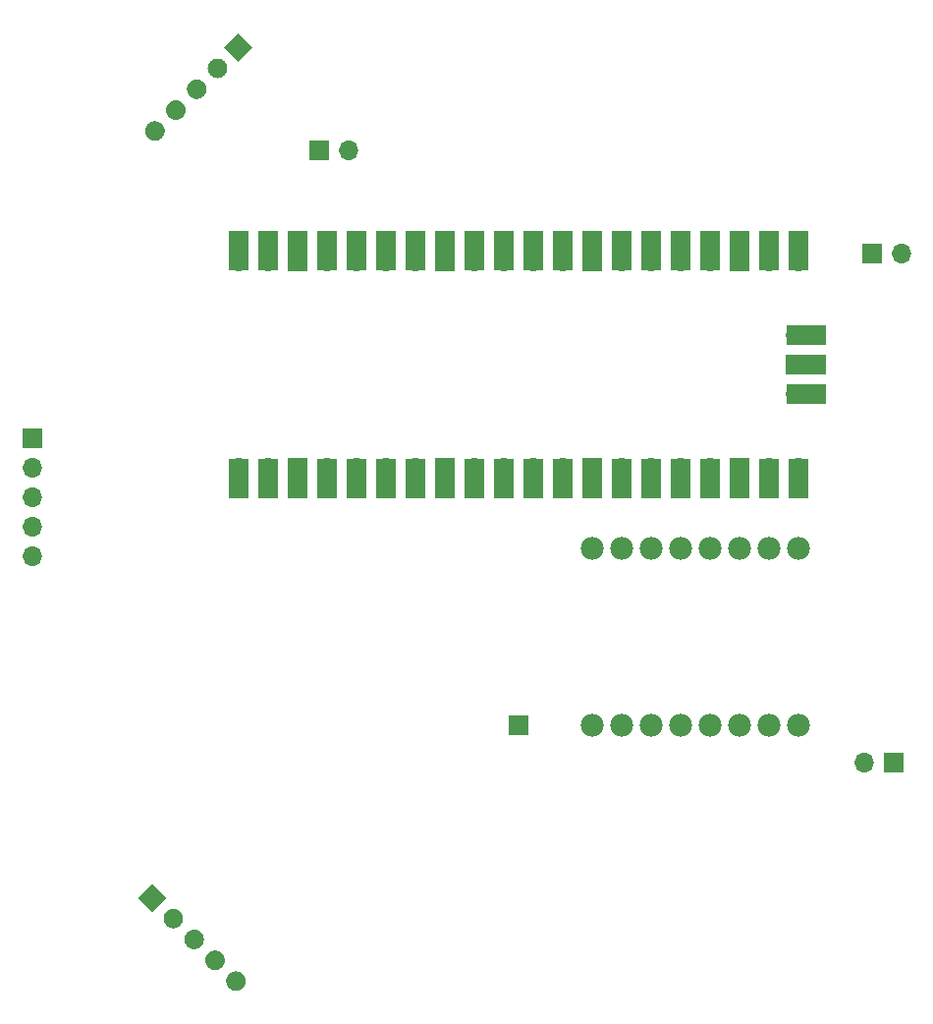
<source format=gbr>
%TF.GenerationSoftware,KiCad,Pcbnew,(6.0.9)*%
%TF.CreationDate,2022-12-06T16:34:43+05:30*%
%TF.ProjectId,micromouseus,6d696372-6f6d-46f7-9573-6575732e6b69,rev?*%
%TF.SameCoordinates,Original*%
%TF.FileFunction,Copper,L1,Top*%
%TF.FilePolarity,Positive*%
%FSLAX46Y46*%
G04 Gerber Fmt 4.6, Leading zero omitted, Abs format (unit mm)*
G04 Created by KiCad (PCBNEW (6.0.9)) date 2022-12-06 16:34:43*
%MOMM*%
%LPD*%
G01*
G04 APERTURE LIST*
%TA.AperFunction,ComponentPad*%
%ADD10C,1.980000*%
%TD*%
%TA.AperFunction,ComponentPad*%
%ADD11R,1.700000X1.700000*%
%TD*%
%TA.AperFunction,ComponentPad*%
%ADD12O,1.700000X1.700000*%
%TD*%
%TA.AperFunction,SMDPad,CuDef*%
%ADD13R,1.700000X3.500000*%
%TD*%
%TA.AperFunction,SMDPad,CuDef*%
%ADD14R,3.500000X1.700000*%
%TD*%
G04 APERTURE END LIST*
D10*
%TO.P,U1,1,VM*%
%TO.N,Net-(J5-Pad1)*%
X161290000Y-107950000D03*
%TO.P,U1,2,VCC*%
%TO.N,Net-(J1-Pad1)*%
X163830000Y-107950000D03*
%TO.P,U1,3,GND*%
%TO.N,Net-(J1-Pad4)*%
X166370000Y-107950000D03*
%TO.P,U1,4,A01*%
%TO.N,Net-(J6-Pad2)*%
X168910000Y-107950000D03*
%TO.P,U1,5,A02*%
%TO.N,Net-(J6-Pad1)*%
X171450000Y-107950000D03*
%TO.P,U1,6,B02*%
%TO.N,Net-(J7-Pad1)*%
X173990000Y-107950000D03*
%TO.P,U1,7,B01*%
%TO.N,Net-(J7-Pad2)*%
X176530000Y-107950000D03*
%TO.P,U1,8,GND*%
%TO.N,Net-(J1-Pad4)*%
X179070000Y-107950000D03*
%TO.P,U1,9,GND*%
X179070000Y-92710000D03*
%TO.P,U1,10,PWMB*%
%TO.N,Net-(U1-Pad10)*%
X176530000Y-92710000D03*
%TO.P,U1,11,BI2*%
%TO.N,Net-(U1-Pad11)*%
X173990000Y-92710000D03*
%TO.P,U1,12,BI1*%
%TO.N,Net-(U1-Pad12)*%
X171450000Y-92710000D03*
%TO.P,U1,13,STBY*%
%TO.N,Net-(J1-Pad1)*%
X168910000Y-92710000D03*
%TO.P,U1,14,AI1*%
%TO.N,Net-(U1-Pad14)*%
X166370000Y-92710000D03*
%TO.P,U1,15,AI2*%
%TO.N,Net-(U1-Pad15)*%
X163830000Y-92710000D03*
%TO.P,U1,16,PWMA*%
%TO.N,Net-(U1-Pad16)*%
X161290000Y-92710000D03*
%TD*%
%TA.AperFunction,ComponentPad*%
%TO.P,J3,1,Pin_1*%
%TO.N,Net-(J1-Pad1)*%
G36*
X123411433Y-123978515D02*
G01*
X122209351Y-122776433D01*
X123411433Y-121574351D01*
X124613515Y-122776433D01*
X123411433Y-123978515D01*
G37*
%TD.AperFunction*%
%TO.P,J3,2,Pin_2*%
%TO.N,Net-(J3-Pad2)*%
%TA.AperFunction,ComponentPad*%
G36*
G01*
X124606443Y-125173525D02*
X124606443Y-125173525D01*
G75*
G02*
X124606443Y-123971443I601041J601041D01*
G01*
X124606443Y-123971443D01*
G75*
G02*
X125808525Y-123971443I601041J-601041D01*
G01*
X125808525Y-123971443D01*
G75*
G02*
X125808525Y-125173525I-601041J-601041D01*
G01*
X125808525Y-125173525D01*
G75*
G02*
X124606443Y-125173525I-601041J601041D01*
G01*
G37*
%TD.AperFunction*%
%TO.P,J3,3,Pin_3*%
%TO.N,Net-(J3-Pad3)*%
%TA.AperFunction,ComponentPad*%
G36*
G01*
X126402494Y-126969576D02*
X126402494Y-126969576D01*
G75*
G02*
X126402494Y-125767494I601041J601041D01*
G01*
X126402494Y-125767494D01*
G75*
G02*
X127604576Y-125767494I601041J-601041D01*
G01*
X127604576Y-125767494D01*
G75*
G02*
X127604576Y-126969576I-601041J-601041D01*
G01*
X127604576Y-126969576D01*
G75*
G02*
X126402494Y-126969576I-601041J601041D01*
G01*
G37*
%TD.AperFunction*%
%TO.P,J3,4,Pin_4*%
%TO.N,Net-(J1-Pad4)*%
%TA.AperFunction,ComponentPad*%
G36*
G01*
X128198546Y-128765628D02*
X128198546Y-128765628D01*
G75*
G02*
X128198546Y-127563546I601041J601041D01*
G01*
X128198546Y-127563546D01*
G75*
G02*
X129400628Y-127563546I601041J-601041D01*
G01*
X129400628Y-127563546D01*
G75*
G02*
X129400628Y-128765628I-601041J-601041D01*
G01*
X129400628Y-128765628D01*
G75*
G02*
X128198546Y-128765628I-601041J601041D01*
G01*
G37*
%TD.AperFunction*%
%TO.P,J3,5,Pin_5*%
%TA.AperFunction,ComponentPad*%
G36*
G01*
X129994597Y-130561679D02*
X129994597Y-130561679D01*
G75*
G02*
X129994597Y-129359597I601041J601041D01*
G01*
X129994597Y-129359597D01*
G75*
G02*
X131196679Y-129359597I601041J-601041D01*
G01*
X131196679Y-129359597D01*
G75*
G02*
X131196679Y-130561679I-601041J-601041D01*
G01*
X131196679Y-130561679D01*
G75*
G02*
X129994597Y-130561679I-601041J601041D01*
G01*
G37*
%TD.AperFunction*%
%TD*%
D11*
%TO.P,J7,1,Pin_1*%
%TO.N,Net-(J7-Pad1)*%
X185420000Y-67310000D03*
D12*
%TO.P,J7,2,Pin_2*%
%TO.N,Net-(J7-Pad2)*%
X187960000Y-67310000D03*
%TD*%
D11*
%TO.P,J6,1,Pin_1*%
%TO.N,Net-(J6-Pad1)*%
X187325000Y-111125000D03*
D12*
%TO.P,J6,2,Pin_2*%
%TO.N,Net-(J6-Pad2)*%
X184785000Y-111125000D03*
%TD*%
%TO.P,U2,1,GPIO0*%
%TO.N,Net-(J2-Pad2)*%
X130810000Y-85725000D03*
D13*
X130810000Y-86625000D03*
%TO.P,U2,2,GPIO1*%
%TO.N,Net-(J2-Pad3)*%
X133350000Y-86625000D03*
D12*
X133350000Y-85725000D03*
D11*
%TO.P,U2,3,GND*%
%TO.N,Net-(U2-Pad3)*%
X135890000Y-85725000D03*
D13*
X135890000Y-86625000D03*
D12*
%TO.P,U2,4,GPIO2*%
%TO.N,unconnected-(U2-Pad4)*%
X138430000Y-85725000D03*
D13*
X138430000Y-86625000D03*
%TO.P,U2,5,GPIO3*%
%TO.N,Net-(J1-Pad3)*%
X140970000Y-86625000D03*
D12*
X140970000Y-85725000D03*
%TO.P,U2,6,GPIO4*%
%TO.N,Net-(J1-Pad2)*%
X143510000Y-85725000D03*
D13*
X143510000Y-86625000D03*
D12*
%TO.P,U2,7,GPIO5*%
%TO.N,unconnected-(U2-Pad7)*%
X146050000Y-85725000D03*
D13*
X146050000Y-86625000D03*
%TO.P,U2,8,GND*%
%TO.N,unconnected-(U2-Pad8)*%
X148590000Y-86625000D03*
D11*
X148590000Y-85725000D03*
D13*
%TO.P,U2,9,GPIO6*%
%TO.N,Net-(J3-Pad2)*%
X151130000Y-86625000D03*
D12*
X151130000Y-85725000D03*
%TO.P,U2,10,GPIO7*%
%TO.N,Net-(J3-Pad3)*%
X153670000Y-85725000D03*
D13*
X153670000Y-86625000D03*
D12*
%TO.P,U2,11,GPIO8*%
%TO.N,unconnected-(U2-Pad11)*%
X156210000Y-85725000D03*
D13*
X156210000Y-86625000D03*
D12*
%TO.P,U2,12,GPIO9*%
%TO.N,unconnected-(U2-Pad12)*%
X158750000Y-85725000D03*
D13*
X158750000Y-86625000D03*
D11*
%TO.P,U2,13,GND*%
%TO.N,unconnected-(U2-Pad13)*%
X161290000Y-85725000D03*
D13*
X161290000Y-86625000D03*
%TO.P,U2,14,GPIO10*%
%TO.N,Net-(U1-Pad16)*%
X163830000Y-86625000D03*
D12*
X163830000Y-85725000D03*
D13*
%TO.P,U2,15,GPIO11*%
%TO.N,Net-(U1-Pad15)*%
X166370000Y-86625000D03*
D12*
X166370000Y-85725000D03*
D13*
%TO.P,U2,16,GPIO12*%
%TO.N,Net-(U1-Pad14)*%
X168910000Y-86625000D03*
D12*
X168910000Y-85725000D03*
D13*
%TO.P,U2,17,GPIO13*%
%TO.N,Net-(U1-Pad12)*%
X171450000Y-86625000D03*
D12*
X171450000Y-85725000D03*
D13*
%TO.P,U2,18,GND*%
%TO.N,unconnected-(U2-Pad18)*%
X173990000Y-86625000D03*
D11*
X173990000Y-85725000D03*
D12*
%TO.P,U2,19,GPIO14*%
%TO.N,Net-(U1-Pad11)*%
X176530000Y-85725000D03*
D13*
X176530000Y-86625000D03*
%TO.P,U2,20,GPIO15*%
%TO.N,Net-(U1-Pad10)*%
X179070000Y-86625000D03*
D12*
X179070000Y-85725000D03*
D13*
%TO.P,U2,21,GPIO16*%
%TO.N,unconnected-(U2-Pad21)*%
X179070000Y-67045000D03*
D12*
X179070000Y-67945000D03*
%TO.P,U2,22,GPIO17*%
%TO.N,unconnected-(U2-Pad22)*%
X176530000Y-67945000D03*
D13*
X176530000Y-67045000D03*
%TO.P,U2,23,GND*%
%TO.N,unconnected-(U2-Pad23)*%
X173990000Y-67045000D03*
D11*
X173990000Y-67945000D03*
D12*
%TO.P,U2,24,GPIO18*%
%TO.N,unconnected-(U2-Pad24)*%
X171450000Y-67945000D03*
D13*
X171450000Y-67045000D03*
%TO.P,U2,25,GPIO19*%
%TO.N,unconnected-(U2-Pad25)*%
X168910000Y-67045000D03*
D12*
X168910000Y-67945000D03*
D13*
%TO.P,U2,26,GPIO20*%
%TO.N,unconnected-(U2-Pad26)*%
X166370000Y-67045000D03*
D12*
X166370000Y-67945000D03*
D13*
%TO.P,U2,27,GPIO21*%
%TO.N,unconnected-(U2-Pad27)*%
X163830000Y-67045000D03*
D12*
X163830000Y-67945000D03*
D11*
%TO.P,U2,28,GND*%
%TO.N,unconnected-(U2-Pad28)*%
X161290000Y-67945000D03*
D13*
X161290000Y-67045000D03*
D12*
%TO.P,U2,29,GPIO22*%
%TO.N,unconnected-(U2-Pad29)*%
X158750000Y-67945000D03*
D13*
X158750000Y-67045000D03*
%TO.P,U2,30,RUN*%
%TO.N,unconnected-(U2-Pad30)*%
X156210000Y-67045000D03*
D12*
X156210000Y-67945000D03*
%TO.P,U2,31,GPIO26_ADC0*%
%TO.N,unconnected-(U2-Pad31)*%
X153670000Y-67945000D03*
D13*
X153670000Y-67045000D03*
D12*
%TO.P,U2,32,GPIO27_ADC1*%
%TO.N,unconnected-(U2-Pad32)*%
X151130000Y-67945000D03*
D13*
X151130000Y-67045000D03*
D11*
%TO.P,U2,33,AGND*%
%TO.N,unconnected-(U2-Pad33)*%
X148590000Y-67945000D03*
D13*
X148590000Y-67045000D03*
D12*
%TO.P,U2,34,GPIO28_ADC2*%
%TO.N,unconnected-(U2-Pad34)*%
X146050000Y-67945000D03*
D13*
X146050000Y-67045000D03*
%TO.P,U2,35,ADC_VREF*%
%TO.N,unconnected-(U2-Pad35)*%
X143510000Y-67045000D03*
D12*
X143510000Y-67945000D03*
D13*
%TO.P,U2,36,3V3*%
%TO.N,unconnected-(U2-Pad36)*%
X140970000Y-67045000D03*
D12*
X140970000Y-67945000D03*
%TO.P,U2,37,3V3_EN*%
%TO.N,unconnected-(U2-Pad37)*%
X138430000Y-67945000D03*
D13*
X138430000Y-67045000D03*
D11*
%TO.P,U2,38,GND*%
%TO.N,Net-(J1-Pad4)*%
X135890000Y-67945000D03*
D13*
X135890000Y-67045000D03*
D12*
%TO.P,U2,39,VSYS*%
%TO.N,Net-(J1-Pad1)*%
X133350000Y-67945000D03*
D13*
X133350000Y-67045000D03*
D12*
%TO.P,U2,40,VBUS*%
%TO.N,unconnected-(U2-Pad40)*%
X130810000Y-67945000D03*
D13*
X130810000Y-67045000D03*
D14*
%TO.P,U2,41,SWCLK*%
%TO.N,unconnected-(U2-Pad41)*%
X179740000Y-79375000D03*
D12*
X178840000Y-79375000D03*
D14*
%TO.P,U2,42,GND*%
%TO.N,unconnected-(U2-Pad42)*%
X179740000Y-76835000D03*
D11*
X178840000Y-76835000D03*
D14*
%TO.P,U2,43,SWDIO*%
%TO.N,unconnected-(U2-Pad43)*%
X179740000Y-74295000D03*
D12*
X178840000Y-74295000D03*
%TD*%
%TA.AperFunction,ComponentPad*%
%TO.P,J1,1,Pin_1*%
%TO.N,Net-(J1-Pad1)*%
G36*
X129607918Y-49530000D02*
G01*
X130810000Y-48327918D01*
X132012082Y-49530000D01*
X130810000Y-50732082D01*
X129607918Y-49530000D01*
G37*
%TD.AperFunction*%
%TO.P,J1,2,Pin_2*%
%TO.N,Net-(J1-Pad2)*%
%TA.AperFunction,ComponentPad*%
G36*
G01*
X128412908Y-50725010D02*
X128412908Y-50725010D01*
G75*
G02*
X129614990Y-50725010I601041J-601041D01*
G01*
X129614990Y-50725010D01*
G75*
G02*
X129614990Y-51927092I-601041J-601041D01*
G01*
X129614990Y-51927092D01*
G75*
G02*
X128412908Y-51927092I-601041J601041D01*
G01*
X128412908Y-51927092D01*
G75*
G02*
X128412908Y-50725010I601041J601041D01*
G01*
G37*
%TD.AperFunction*%
%TO.P,J1,3,Pin_3*%
%TO.N,Net-(J1-Pad3)*%
%TA.AperFunction,ComponentPad*%
G36*
G01*
X126616857Y-52521061D02*
X126616857Y-52521061D01*
G75*
G02*
X127818939Y-52521061I601041J-601041D01*
G01*
X127818939Y-52521061D01*
G75*
G02*
X127818939Y-53723143I-601041J-601041D01*
G01*
X127818939Y-53723143D01*
G75*
G02*
X126616857Y-53723143I-601041J601041D01*
G01*
X126616857Y-53723143D01*
G75*
G02*
X126616857Y-52521061I601041J601041D01*
G01*
G37*
%TD.AperFunction*%
%TO.P,J1,4,Pin_4*%
%TO.N,Net-(J1-Pad4)*%
%TA.AperFunction,ComponentPad*%
G36*
G01*
X124820805Y-54317113D02*
X124820805Y-54317113D01*
G75*
G02*
X126022887Y-54317113I601041J-601041D01*
G01*
X126022887Y-54317113D01*
G75*
G02*
X126022887Y-55519195I-601041J-601041D01*
G01*
X126022887Y-55519195D01*
G75*
G02*
X124820805Y-55519195I-601041J601041D01*
G01*
X124820805Y-55519195D01*
G75*
G02*
X124820805Y-54317113I601041J601041D01*
G01*
G37*
%TD.AperFunction*%
%TO.P,J1,5,Pin_5*%
%TA.AperFunction,ComponentPad*%
G36*
G01*
X123024754Y-56113164D02*
X123024754Y-56113164D01*
G75*
G02*
X124226836Y-56113164I601041J-601041D01*
G01*
X124226836Y-56113164D01*
G75*
G02*
X124226836Y-57315246I-601041J-601041D01*
G01*
X124226836Y-57315246D01*
G75*
G02*
X123024754Y-57315246I-601041J601041D01*
G01*
X123024754Y-57315246D01*
G75*
G02*
X123024754Y-56113164I601041J601041D01*
G01*
G37*
%TD.AperFunction*%
%TD*%
D11*
%TO.P,J5,1,Pin_1*%
%TO.N,Net-(J5-Pad1)*%
X154940000Y-107950000D03*
%TD*%
%TO.P,J2,1,Pin_1*%
%TO.N,Net-(J1-Pad1)*%
X113030000Y-83190000D03*
D12*
%TO.P,J2,2,Pin_2*%
%TO.N,Net-(J2-Pad2)*%
X113030000Y-85730000D03*
%TO.P,J2,3,Pin_3*%
%TO.N,Net-(J2-Pad3)*%
X113030000Y-88270000D03*
%TO.P,J2,4,Pin_4*%
%TO.N,Net-(U2-Pad3)*%
X113030000Y-90810000D03*
%TO.P,J2,5,Pin_5*%
X113030000Y-93350000D03*
%TD*%
D11*
%TO.P,J4,1,Pin_1*%
%TO.N,Net-(J1-Pad1)*%
X137790000Y-58420000D03*
D12*
%TO.P,J4,2,Pin_2*%
%TO.N,Net-(J1-Pad4)*%
X140330000Y-58420000D03*
%TD*%
M02*

</source>
